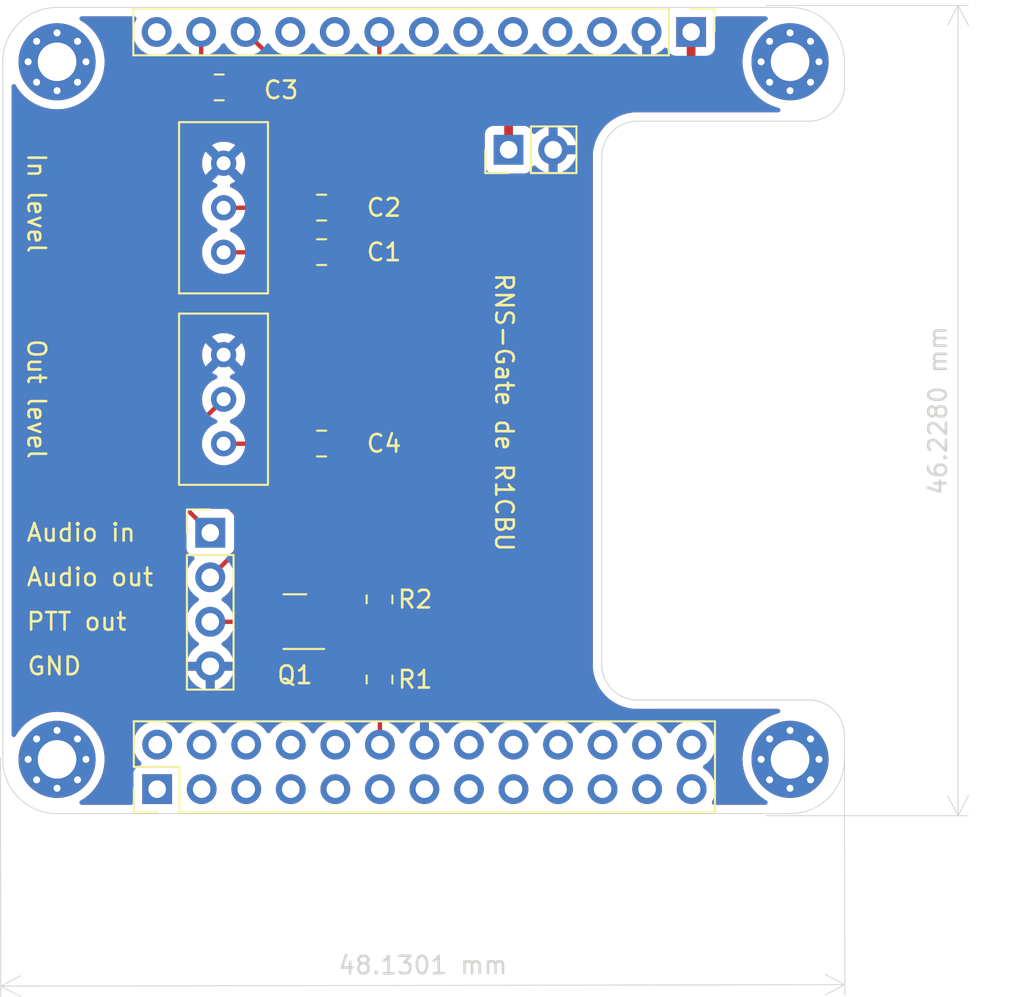
<source format=kicad_pcb>
(kicad_pcb (version 20211014) (generator pcbnew)
  (layers (0 "F.Cu" signal "Top") (31 "B.Cu" signal "Bottom") (34 "B.Paste" user) (35 "F.Paste" user) (36 "B.SilkS" user "B.Silkscreen") (37 "F.SilkS" user "F.Silkscreen") (38 "B.Mask" user) (39 "F.Mask" user) (44 "Edge.Cuts" user))
  (net 0 "")
  (net 1 "GND")
  (net 2 "+5V")
  (net 3 "Net-(C1-Pad2)")
  (net 4 "Net-(C2-Pad1)")
  (net 5 "Net-(J5-Pad1)")
  (net 32 "Net-(RV1-Pad1)")
  (net 33 "Net-(J1-Pad8)")
  (net 34 "Net-(J5-Pad2)")
  (net 35 "Net-(J2-Pad12)")
  (net 36 "Net-(Q1-Pad1)")
  (net 37 "Net-(Q1-Pad3)")
  (net 44 "Net-(J1-Pad12)")
  (net 45 "Net-(J1-Pad11)")
  (footprint "Connector_PinHeader_2.54mm:PinHeader_2x13_P2.54mm_Vertical" (layer "F.Cu") (at 170.708 95.41 90)
    (fp_text reference "J2" hide)
    (fp_text value "Conn_02x13_Odd_Even" hide)
    (fp_line (start -1.33 0) (end -1.33 -1.33) (layer "F.SilkS") (width 0.12))
    (fp_line (start -1.33 31.81) (end 3.87 31.81) (layer "F.SilkS") (width 0.12))
    (fp_line (start -1.33 1.27) (end 1.27 1.27) (layer "F.SilkS") (width 0.12))
    (fp_line (start 1.27 -1.33) (end 3.87 -1.33) (layer "F.SilkS") (width 0.12))
    (fp_line (start 3.87 -1.33) (end 3.87 31.81) (layer "F.SilkS") (width 0.12))
    (fp_line (start 1.27 1.27) (end 1.27 -1.33) (layer "F.SilkS") (width 0.12))
    (fp_line (start -1.33 -1.33) (end 0 -1.33) (layer "F.SilkS") (width 0.12))
    (fp_line (start -1.33 1.27) (end -1.33 31.81) (layer "F.SilkS") (width 0.12))
    (pad "1" thru_hole rect locked (at 0 0 90) (size 1.7 1.7) (drill 1) (layers *.Cu *.Mask))
    (pad "2" thru_hole oval locked (at 2.54 0 90) (size 1.7 1.7) (drill 1) (layers *.Cu *.Mask))
    (pad "3" thru_hole oval locked (at 0 2.54 90) (size 1.7 1.7) (drill 1) (layers *.Cu *.Mask))
    (pad "4" thru_hole oval locked (at 2.54 2.54 90) (size 1.7 1.7) (drill 1) (layers *.Cu *.Mask))
    (pad "5" thru_hole oval locked (at 0 5.08 90) (size 1.7 1.7) (drill 1) (layers *.Cu *.Mask))
    (pad "6" thru_hole oval locked (at 2.54 5.08 90) (size 1.7 1.7) (drill 1) (layers *.Cu *.Mask))
    (pad "7" thru_hole oval locked (at 0 7.62 90) (size 1.7 1.7) (drill 1) (layers *.Cu *.Mask))
    (pad "8" thru_hole oval locked (at 2.54 7.62 90) (size 1.7 1.7) (drill 1) (layers *.Cu *.Mask))
    (pad "9" thru_hole oval locked (at 0 10.16 90) (size 1.7 1.7) (drill 1) (layers *.Cu *.Mask))
    (pad "10" thru_hole oval locked (at 2.54 10.16 90) (size 1.7 1.7) (drill 1) (layers *.Cu *.Mask))
    (pad "11" thru_hole oval locked (at 0 12.7 90) (size 1.7 1.7) (drill 1) (layers *.Cu *.Mask))
    (pad "12" thru_hole oval locked (at 2.54 12.7 90) (size 1.7 1.7) (drill 1) (layers *.Cu *.Mask) (net 35 "Net-(J2-Pad12)"))
    (pad "13" thru_hole oval locked (at 0 15.24 90) (size 1.7 1.7) (drill 1) (layers *.Cu *.Mask))
    (pad "14" thru_hole oval locked (at 2.54 15.24 90) (size 1.7 1.7) (drill 1) (layers *.Cu *.Mask) (net 1 "GND"))
    (pad "15" thru_hole oval locked (at 0 17.78 90) (size 1.7 1.7) (drill 1) (layers *.Cu *.Mask))
    (pad "16" thru_hole oval locked (at 2.54 17.78 90) (size 1.7 1.7) (drill 1) (layers *.Cu *.Mask))
    (pad "17" thru_hole oval locked (at 0 20.32 90) (size 1.7 1.7) (drill 1) (layers *.Cu *.Mask))
    (pad "18" thru_hole oval locked (at 2.54 20.32 90) (size 1.7 1.7) (drill 1) (layers *.Cu *.Mask))
    (pad "19" thru_hole oval locked (at 0 22.86 90) (size 1.7 1.7) (drill 1) (layers *.Cu *.Mask))
    (pad "20" thru_hole oval locked (at 2.54 22.86 90) (size 1.7 1.7) (drill 1) (layers *.Cu *.Mask))
    (pad "21" thru_hole oval locked (at 0 25.4 90) (size 1.7 1.7) (drill 1) (layers *.Cu *.Mask))
    (pad "22" thru_hole oval locked (at 2.54 25.4 90) (size 1.7 1.7) (drill 1) (layers *.Cu *.Mask))
    (pad "23" thru_hole oval locked (at 0 27.94 90) (size 1.7 1.7) (drill 1) (layers *.Cu *.Mask))
    (pad "24" thru_hole oval locked (at 2.54 27.94 90) (size 1.7 1.7) (drill 1) (layers *.Cu *.Mask))
    (pad "25" thru_hole oval locked (at 0 30.48 90) (size 1.7 1.7) (drill 1) (layers *.Cu *.Mask))
    (pad "26" thru_hole oval locked (at 2.54 30.48 90) (size 1.7 1.7) (drill 1) (layers *.Cu *.Mask))
  )
  (footprint "Connector_PinHeader_2.54mm:PinHeader_1x13_P2.54mm_Vertical" (layer "F.Cu") (at 201.158 52.21 -90)
    (fp_text reference "J1" hide)
    (fp_text value "Conn_01x13" hide)
    (fp_line (start -1.33 1.27) (end -1.33 31.81) (layer "F.SilkS") (width 0.12))
    (fp_line (start -1.33 31.81) (end 1.33 31.81) (layer "F.SilkS") (width 0.12))
    (fp_line (start -1.33 1.27) (end 1.33 1.27) (layer "F.SilkS") (width 0.12))
    (fp_line (start 1.33 1.27) (end 1.33 31.81) (layer "F.SilkS") (width 0.12))
    (fp_line (start -1.33 0) (end -1.33 -1.33) (layer "F.SilkS") (width 0.12))
    (fp_line (start -1.33 -1.33) (end 0 -1.33) (layer "F.SilkS") (width 0.12))
    (pad "1" thru_hole rect locked (at 0 0 270) (size 1.7 1.7) (drill 1) (layers *.Cu *.Mask) (net 2 "+5V"))
    (pad "2" thru_hole oval locked (at 0 2.54 270) (size 1.7 1.7) (drill 1) (layers *.Cu *.Mask) (net 1 "GND"))
    (pad "3" thru_hole oval locked (at 0 5.08 270) (size 1.7 1.7) (drill 1) (layers *.Cu *.Mask))
    (pad "4" thru_hole oval locked (at 0 7.62 270) (size 1.7 1.7) (drill 1) (layers *.Cu *.Mask))
    (pad "5" thru_hole oval locked (at 0 10.16 270) (size 1.7 1.7) (drill 1) (layers *.Cu *.Mask))
    (pad "6" thru_hole oval locked (at 0 12.7 270) (size 1.7 1.7) (drill 1) (layers *.Cu *.Mask))
    (pad "7" thru_hole oval locked (at 0 15.24 270) (size 1.7 1.7) (drill 1) (layers *.Cu *.Mask))
    (pad "8" thru_hole oval locked (at 0 17.78 270) (size 1.7 1.7) (drill 1) (layers *.Cu *.Mask) (net 33 "Net-(J1-Pad8)"))
    (pad "9" thru_hole oval locked (at 0 20.32 270) (size 1.7 1.7) (drill 1) (layers *.Cu *.Mask))
    (pad "10" thru_hole oval locked (at 0 22.86 270) (size 1.7 1.7) (drill 1) (layers *.Cu *.Mask))
    (pad "11" thru_hole oval locked (at 0 25.4 270) (size 1.7 1.7) (drill 1) (layers *.Cu *.Mask) (net 45 "Net-(J1-Pad11)"))
    (pad "12" thru_hole oval locked (at 0 27.94 270) (size 1.7 1.7) (drill 1) (layers *.Cu *.Mask) (net 44 "Net-(J1-Pad12)"))
    (pad "13" thru_hole oval locked (at 0 30.48 270) (size 1.7 1.7) (drill 1) (layers *.Cu *.Mask))
  )
  (footprint "MountingHole:MountingHole_2.2mm_M2_Pad_Via" (layer "F.Cu") (at 165 53.91)
    (fp_text reference "REF1" hide)
    (fp_text value "MountingHole_2.2mm_M2_Pad_Via" hide)
    (pad "1" thru_hole circle locked (at 1.166726 -1.166726) (size 0.7 0.7) (drill 0.4) (layers *.Cu *.Mask))
    (pad "1" thru_hole circle locked (at 0 1.65) (size 0.7 0.7) (drill 0.4) (layers *.Cu *.Mask))
    (pad "1" thru_hole circle locked (at 0 0) (size 4.4 4.4) (drill 2.2) (layers *.Cu *.Mask))
    (pad "1" thru_hole circle locked (at -1.166726 1.166726) (size 0.7 0.7) (drill 0.4) (layers *.Cu *.Mask))
    (pad "1" thru_hole circle locked (at 1.65 0) (size 0.7 0.7) (drill 0.4) (layers *.Cu *.Mask))
    (pad "1" thru_hole circle locked (at -1.65 0) (size 0.7 0.7) (drill 0.4) (layers *.Cu *.Mask))
    (pad "1" thru_hole circle locked (at -1.166726 -1.166726) (size 0.7 0.7) (drill 0.4) (layers *.Cu *.Mask))
    (pad "1" thru_hole circle locked (at 0 -1.65) (size 0.7 0.7) (drill 0.4) (layers *.Cu *.Mask))
    (pad "1" thru_hole circle locked (at 1.166726 1.166726) (size 0.7 0.7) (drill 0.4) (layers *.Cu *.Mask))
  )
  (footprint "MountingHole:MountingHole_2.2mm_M2_Pad_Via" (layer "F.Cu") (at 165 93.71)
    (fp_text reference "REF3" hide)
    (fp_text value "MountingHole_2.2mm_M2_Pad_Via" hide)
    (pad "1" thru_hole circle locked (at 1.166726 -1.166726) (size 0.7 0.7) (drill 0.4) (layers *.Cu *.Mask))
    (pad "1" thru_hole circle locked (at 0 1.65) (size 0.7 0.7) (drill 0.4) (layers *.Cu *.Mask))
    (pad "1" thru_hole circle locked (at -1.65 0) (size 0.7 0.7) (drill 0.4) (layers *.Cu *.Mask))
    (pad "1" thru_hole circle locked (at 1.166726 1.166726) (size 0.7 0.7) (drill 0.4) (layers *.Cu *.Mask))
    (pad "1" thru_hole circle locked (at 0 -1.65) (size 0.7 0.7) (drill 0.4) (layers *.Cu *.Mask))
    (pad "1" thru_hole circle locked (at -1.166726 -1.166726) (size 0.7 0.7) (drill 0.4) (layers *.Cu *.Mask))
    (pad "1" thru_hole circle locked (at 1.65 0) (size 0.7 0.7) (drill 0.4) (layers *.Cu *.Mask))
    (pad "1" thru_hole circle locked (at -1.166726 1.166726) (size 0.7 0.7) (drill 0.4) (layers *.Cu *.Mask))
    (pad "1" thru_hole circle locked (at 0 0) (size 4.4 4.4) (drill 2.2) (layers *.Cu *.Mask))
  )
  (footprint "MountingHole:MountingHole_2.2mm_M2_Pad_Via" (layer "F.Cu") (at 206.8 53.91)
    (fp_text reference "REF2" hide)
    (fp_text value "MountingHole_2.2mm_M2_Pad_Via" hide)
    (pad "1" thru_hole circle locked (at 1.65 0) (size 0.7 0.7) (drill 0.4) (layers *.Cu *.Mask))
    (pad "1" thru_hole circle locked (at 0 1.65) (size 0.7 0.7) (drill 0.4) (layers *.Cu *.Mask))
    (pad "1" thru_hole circle locked (at 1.166726 -1.166726) (size 0.7 0.7) (drill 0.4) (layers *.Cu *.Mask))
    (pad "1" thru_hole circle locked (at 0 -1.65) (size 0.7 0.7) (drill 0.4) (layers *.Cu *.Mask))
    (pad "1" thru_hole circle locked (at 0 0) (size 4.4 4.4) (drill 2.2) (layers *.Cu *.Mask))
    (pad "1" thru_hole circle locked (at -1.65 0) (size 0.7 0.7) (drill 0.4) (layers *.Cu *.Mask))
    (pad "1" thru_hole circle locked (at -1.166726 -1.166726) (size 0.7 0.7) (drill 0.4) (layers *.Cu *.Mask))
    (pad "1" thru_hole circle locked (at 1.166726 1.166726) (size 0.7 0.7) (drill 0.4) (layers *.Cu *.Mask))
    (pad "1" thru_hole circle locked (at -1.166726 1.166726) (size 0.7 0.7) (drill 0.4) (layers *.Cu *.Mask))
  )
  (footprint "MountingHole:MountingHole_2.2mm_M2_Pad_Via" (layer "F.Cu") (at 206.8 93.71)
    (fp_text reference "REF4" hide)
    (fp_text value "MountingHole_2.2mm_M2_Pad_Via" hide)
    (pad "1" thru_hole circle locked (at -1.166726 1.166726) (size 0.7 0.7) (drill 0.4) (layers *.Cu *.Mask))
    (pad "1" thru_hole circle locked (at 1.166726 -1.166726) (size 0.7 0.7) (drill 0.4) (layers *.Cu *.Mask))
    (pad "1" thru_hole circle locked (at 0 -1.65) (size 0.7 0.7) (drill 0.4) (layers *.Cu *.Mask))
    (pad "1" thru_hole circle locked (at 1.65 0) (size 0.7 0.7) (drill 0.4) (layers *.Cu *.Mask))
    (pad "1" thru_hole circle locked (at -1.65 0) (size 0.7 0.7) (drill 0.4) (layers *.Cu *.Mask))
    (pad "1" thru_hole circle locked (at -1.166726 -1.166726) (size 0.7 0.7) (drill 0.4) (layers *.Cu *.Mask))
    (pad "1" thru_hole circle locked (at 0 1.65) (size 0.7 0.7) (drill 0.4) (layers *.Cu *.Mask))
    (pad "1" thru_hole circle locked (at 0 0) (size 4.4 4.4) (drill 2.2) (layers *.Cu *.Mask))
    (pad "1" thru_hole circle locked (at 1.166726 1.166726) (size 0.7 0.7) (drill 0.4) (layers *.Cu *.Mask))
  )
  (footprint "Connector_PinHeader_2.54mm:PinHeader_1x02_P2.54mm_Vertical" (layer "F.Cu") (at 190.749 58.928 90)
    (fp_text reference "J3" hide)
    (fp_text value "Conn_01x02")
    (fp_line (start -1.33 -1.33) (end 0 -1.33) (layer "F.SilkS") (width 0.12))
    (fp_line (start -1.33 1.27) (end -1.33 3.87) (layer "F.SilkS") (width 0.12))
    (fp_line (start -1.33 1.27) (end 1.33 1.27) (layer "F.SilkS") (width 0.12))
    (fp_line (start 1.33 1.27) (end 1.33 3.87) (layer "F.SilkS") (width 0.12))
    (fp_line (start -1.33 0) (end -1.33 -1.33) (layer "F.SilkS") (width 0.12))
    (fp_line (start -1.33 3.87) (end 1.33 3.87) (layer "F.SilkS") (width 0.12))
    (pad "1" thru_hole rect (at 0 0 90) (size 1.7 1.7) (drill 1) (layers *.Cu *.Mask) (net 2 "+5V"))
    (pad "2" thru_hole oval (at 0 2.54 90) (size 1.7 1.7) (drill 1) (layers *.Cu *.Mask) (net 1 "GND"))
  )
  (footprint "Potentiometer_THT:Potentiometer_Bourns_3296W_Vertical" (layer "F.Cu") (at 174.498 64.78 -90)
    (fp_text reference "RV2" hide)
    (fp_text value "R_Potentiometer")
    (fp_line (start -7.425 -2.53) (end 2.345 -2.53) (layer "F.SilkS") (width 0.12))
    (fp_line (start -7.425 -2.53) (end -7.425 2.54) (layer "F.SilkS") (width 0.12))
    (fp_line (start 2.345 -2.53) (end 2.345 2.54) (layer "F.SilkS") (width 0.12))
    (fp_line (start -7.425 2.54) (end 2.345 2.54) (layer "F.SilkS") (width 0.12))
    (pad "1" thru_hole circle (at 0 0 270) (size 1.44 1.44) (drill 0.8) (layers *.Cu *.Mask) (net 3 "Net-(C1-Pad2)"))
    (pad "2" thru_hole circle (at -2.54 0 270) (size 1.44 1.44) (drill 0.8) (layers *.Cu *.Mask) (net 4 "Net-(C2-Pad1)"))
    (pad "3" thru_hole circle (at -5.08 0 270) (size 1.44 1.44) (drill 0.8) (layers *.Cu *.Mask) (net 1 "GND"))
  )
  (footprint "Connector_PinHeader_2.54mm:PinHeader_1x04_P2.54mm_Vertical" (layer "F.Cu") (at 173.736 80.782)
    (fp_text reference "J5" hide)
    (fp_text value "Conn_01x04" hide)
    (fp_line (start -1.33 1.27) (end -1.33 8.95) (layer "F.SilkS") (width 0.12))
    (fp_line (start -1.33 0) (end -1.33 -1.33) (layer "F.SilkS") (width 0.12))
    (fp_line (start -1.33 8.95) (end 1.33 8.95) (layer "F.SilkS") (width 0.12))
    (fp_line (start -1.33 1.27) (end 1.33 1.27) (layer "F.SilkS") (width 0.12))
    (fp_line (start -1.33 -1.33) (end 0 -1.33) (layer "F.SilkS") (width 0.12))
    (fp_line (start 1.33 1.27) (end 1.33 8.95) (layer "F.SilkS") (width 0.12))
    (pad "1" thru_hole rect (at 0 0) (size 1.7 1.7) (drill 1) (layers *.Cu *.Mask) (net 5 "Net-(J5-Pad1)"))
    (pad "2" thru_hole oval (at 0 2.54) (size 1.7 1.7) (drill 1) (layers *.Cu *.Mask) (net 34 "Net-(J5-Pad2)"))
    (pad "3" thru_hole oval (at 0 5.08) (size 1.7 1.7) (drill 1) (layers *.Cu *.Mask) (net 37 "Net-(Q1-Pad3)"))
    (pad "4" thru_hole oval (at 0 7.62) (size 1.7 1.7) (drill 1) (layers *.Cu *.Mask) (net 1 "GND"))
  )
  (footprint "Resistor_SMD:R_0805_2012Metric" (layer "F.Cu") (at 183.388 84.582 -90)
    (fp_text reference "R2" (at 0 -2.032 180) (layer "F.SilkS"))
    (fp_text value "R_Small")
    (fp_line (start -0.227064 0.735) (end 0.227064 0.735) (layer "F.SilkS") (width 0.12))
    (fp_line (start -0.227064 -0.735) (end 0.227064 -0.735) (layer "F.SilkS") (width 0.12))
    (pad "1" smd roundrect (at -0.9125 0 270) (size 1.025 1.4) (layers "F.Cu" "F.Paste" "F.Mask") (roundrect_rratio 0.243902439) (net 1 "GND"))
    (pad "2" smd roundrect (at 0.9125 0 270) (size 1.025 1.4) (layers "F.Cu" "F.Paste" "F.Mask") (roundrect_rratio 0.243902439) (net 36 "Net-(Q1-Pad1)"))
  )
  (footprint "Capacitor_SMD:C_0805_2012Metric" (layer "F.Cu") (at 180.086 75.692)
    (fp_text reference "C4" (at 3.556 0) (layer "F.SilkS"))
    (fp_text value "C_Small")
    (fp_line (start -0.261252 0.735) (end 0.261252 0.735) (layer "F.SilkS") (width 0.12))
    (fp_line (start -0.261252 -0.735) (end 0.261252 -0.735) (layer "F.SilkS") (width 0.12))
    (pad "1" smd roundrect (at -0.95 0) (size 1 1.45) (layers "F.Cu" "F.Paste" "F.Mask") (net 32 "Net-(RV1-Pad1)"))
    (pad "2" smd roundrect (at 0.95 0) (size 1 1.45) (layers "F.Cu" "F.Paste" "F.Mask") (net 33 "Net-(J1-Pad8)"))
  )
  (footprint "Capacitor_SMD:C_0805_2012Metric" (layer "F.Cu") (at 180.086 64.77 180)
    (fp_text reference "C1" (at -3.556 0) (layer "F.SilkS"))
    (fp_text value "C_Small")
    (fp_line (start -0.261252 -0.735) (end 0.261252 -0.735) (layer "F.SilkS") (width 0.12))
    (fp_line (start -0.261252 0.735) (end 0.261252 0.735) (layer "F.SilkS") (width 0.12))
    (pad "1" smd roundrect (at -0.95 0 180) (size 1 1.45) (layers "F.Cu" "F.Paste" "F.Mask") (net 5 "Net-(J5-Pad1)"))
    (pad "2" smd roundrect (at 0.95 0 180) (size 1 1.45) (layers "F.Cu" "F.Paste" "F.Mask") (net 3 "Net-(C1-Pad2)"))
  )
  (footprint "Resistor_SMD:R_0805_2012Metric" (layer "F.Cu") (at 183.388 89.154 -90)
    (fp_text reference "R1" (at 0 -2.032 180) (layer "F.SilkS"))
    (fp_text value "R_Small")
    (fp_line (start -0.227064 0.735) (end 0.227064 0.735) (layer "F.SilkS") (width 0.12))
    (fp_line (start -0.227064 -0.735) (end 0.227064 -0.735) (layer "F.SilkS") (width 0.12))
    (pad "1" smd roundrect (at -0.9125 0 270) (size 1.025 1.4) (layers "F.Cu" "F.Paste" "F.Mask") (roundrect_rratio 0.243902439) (net 36 "Net-(Q1-Pad1)"))
    (pad "2" smd roundrect (at 0.9125 0 270) (size 1.025 1.4) (layers "F.Cu" "F.Paste" "F.Mask") (roundrect_rratio 0.243902439) (net 35 "Net-(J2-Pad12)"))
  )
  (footprint "Potentiometer_THT:Potentiometer_Bourns_3296W_Vertical" (layer "F.Cu") (at 174.498 75.702 -90)
    (fp_text reference "RV1" hide)
    (fp_text value "R_Potentiometer")
    (fp_line (start -7.425 -2.53) (end -7.425 2.54) (layer "F.SilkS") (width 0.12))
    (fp_line (start -7.425 2.54) (end 2.345 2.54) (layer "F.SilkS") (width 0.12))
    (fp_line (start 2.345 -2.53) (end 2.345 2.54) (layer "F.SilkS") (width 0.12))
    (fp_line (start -7.425 -2.53) (end 2.345 -2.53) (layer "F.SilkS") (width 0.12))
    (pad "1" thru_hole circle (at 0 0 270) (size 1.44 1.44) (drill 0.8) (layers *.Cu *.Mask) (net 32 "Net-(RV1-Pad1)"))
    (pad "2" thru_hole circle (at -2.54 0 270) (size 1.44 1.44) (drill 0.8) (layers *.Cu *.Mask) (net 34 "Net-(J5-Pad2)"))
    (pad "3" thru_hole circle (at -5.08 0 270) (size 1.44 1.44) (drill 0.8) (layers *.Cu *.Mask) (net 1 "GND"))
  )
  (footprint "Capacitor_SMD:C_0805_2012Metric" (layer "F.Cu") (at 174.244 55.372 180)
    (fp_text reference "C3" (at -3.528 -0.1524 180) (layer "F.SilkS"))
    (fp_text value "C_Small")
    (fp_line (start -0.261252 -0.735) (end 0.261252 -0.735) (layer "F.SilkS") (width 0.12))
    (fp_line (start -0.261252 0.735) (end 0.261252 0.735) (layer "F.SilkS") (width 0.12))
    (pad "1" smd roundrect (at -0.95 0 180) (size 1 1.45) (layers "F.Cu" "F.Paste" "F.Mask") (net 1 "GND"))
    (pad "2" smd roundrect (at 0.95 0 180) (size 1 1.45) (layers "F.Cu" "F.Paste" "F.Mask") (net 44 "Net-(J1-Pad12)"))
  )
  (footprint "Package_TO_SOT_SMD:SOT-23" (layer "F.Cu") (at 178.562 85.852 180)
    (fp_text reference "Q1" (at 0 -3.048) (layer "F.SilkS"))
    (fp_text value "2N7002")
    (fp_line (start 0 -1.56) (end -1.675 -1.56) (layer "F.SilkS") (width 0.12))
    (fp_line (start 0 -1.56) (end 0.65 -1.56) (layer "F.SilkS") (width 0.12))
    (fp_line (start 0 1.56) (end 0.65 1.56) (layer "F.SilkS") (width 0.12))
    (fp_line (start 0 1.56) (end -0.65 1.56) (layer "F.SilkS") (width 0.12))
    (pad "1" smd roundrect (at -0.9375 -0.95 180) (size 1.475 0.6) (layers "F.Cu" "F.Paste" "F.Mask") (net 36 "Net-(Q1-Pad1)"))
    (pad "2" smd roundrect (at -0.9375 0.95 180) (size 1.475 0.6) (layers "F.Cu" "F.Paste" "F.Mask") (net 1 "GND"))
    (pad "3" smd roundrect (at 0.9375 0 180) (size 1.475 0.6) (layers "F.Cu" "F.Paste" "F.Mask") (net 37 "Net-(Q1-Pad3)"))
  )
  (footprint "Capacitor_SMD:C_0805_2012Metric" (layer "F.Cu") (at 180.086 62.23)
    (fp_text reference "C2" (at 3.556 0) (layer "F.SilkS"))
    (fp_text value "C_Small")
    (fp_line (start -0.261252 0.735) (end 0.261252 0.735) (layer "F.SilkS") (width 0.12))
    (fp_line (start -0.261252 -0.735) (end 0.261252 -0.735) (layer "F.SilkS") (width 0.12))
    (pad "1" smd roundrect (at -0.95 0) (size 1 1.45) (layers "F.Cu" "F.Paste" "F.Mask") (net 4 "Net-(C2-Pad1)"))
    (pad "2" smd roundrect (at 0.95 0) (size 1 1.45) (layers "F.Cu" "F.Paste" "F.Mask") (net 45 "Net-(J1-Pad11)"))
  )
  (gr_arc (start 209.9 93.71) (mid 208.992031 95.902031) (end 206.8 96.81) (layer "Edge.Cuts") (width 0.05))
  (gr_line (start 165 96.81) (end 206.8 96.81) (layer "Edge.Cuts") (width 0.05))
  (gr_arc (start 165 96.81) (mid 162.807969 95.902031) (end 161.9 93.71) (layer "Edge.Cuts") (width 0.05))
  (gr_arc (start 161.9 53.91) (mid 162.807969 51.717969) (end 165 50.81) (layer "Edge.Cuts") (width 0.05))
  (gr_line (start 161.9 53.91) (end 161.9 93.71) (layer "Edge.Cuts") (width 0.05))
  (gr_line (start 196.06 59.332) (end 196.06 88.2904) (layer "Edge.Cuts") (width 0.05))
  (gr_line (start 209.9 53.91) (end 209.9 55.268) (layer "Edge.Cuts") (width 0.05))
  (gr_arc (start 198.092 90.3224) (mid 196.655159 89.727241) (end 196.06 88.2904) (layer "Edge.Cuts") (width 0.05))
  (gr_arc (start 209.9 55.268) (mid 209.304841 56.704841) (end 207.868 57.3) (layer "Edge.Cuts") (width 0.05))
  (gr_arc (start 196.06 59.332) (mid 196.655159 57.895159) (end 198.092 57.3) (layer "Edge.Cuts") (width 0.05))
  (gr_line (start 165 50.81) (end 206.8 50.81) (layer "Edge.Cuts") (width 0.05))
  (gr_line (start 198.092 90.3224) (end 207.868 90.32) (layer "Edge.Cuts") (width 0.05))
  (gr_arc (start 207.868 90.32) (mid 209.304841 90.915159) (end 209.9 92.352) (layer "Edge.Cuts") (width 0.05))
  (gr_line (start 207.868 57.3) (end 198.092 57.3) (layer "Edge.Cuts") (width 0.05))
  (gr_arc (start 206.8 50.81) (mid 208.992031 51.717969) (end 209.9 53.91) (layer "Edge.Cuts") (width 0.05))
  (gr_line (start 209.9 92.352) (end 209.9 93.71) (layer "Edge.Cuts") (width 0.05))
  (gr_text "Out level" (at 163.83 73.152 270) (layer "F.SilkS") (effects (font (size 1 1))))
  (gr_text "In level" (at 163.83 61.976 270) (layer "F.SilkS") (effects (font (size 1 1))))
  (gr_text "GND" (at 164.846 88.392) (layer "F.SilkS") (effects (font (size 1 1))))
  (gr_text "Audio in" (at 166.37 80.772) (layer "F.SilkS") (effects (font (size 1 1))))
  (gr_text "RNS-Gate de R1CBU" (at 190.5 73.914 270) (layer "F.SilkS") (effects (font (size 1 1))))
  (gr_text "PTT out" (at 166.116 85.852) (layer "F.SilkS") (effects (font (size 1 1))))
  (gr_text "Audio out" (at 166.878 83.312) (layer "F.SilkS") (effects (font (size 1 1))))
  (dimension (type aligned) (layer "Edge.Cuts") (pts (xy 161.77 93.1164) (xy 209.9 93.031)) (height 13.533638) (gr_text "48,1301 mm" (at 185.856973 105.457319 0.101663296) (layer "Edge.Cuts") (effects (font (size 1 1) (thickness 0.15)))) (format (units 3) (units_format 1) (precision 4)) (style (thickness 0.05) (arrow_length 1.27) (text_position_mode 0) (extension_height 0.58642) (extension_offset 0.5) keep_text_aligned))
  (dimension (type aligned) (layer "Edge.Cuts") (pts (xy 204.95 50.6984) (xy 204.95 96.9264)) (height -11.43) (gr_text "46,2280 mm" (at 215.23 73.8124 90) (layer "Edge.Cuts") (effects (font (size 1 1) (thickness 0.15)))) (format (units 3) (units_format 1) (precision 4)) (style (thickness 0.05) (arrow_length 1.27) (text_position_mode 0) (extension_height 0.58642) (extension_offset 0.5) keep_text_aligned))
  (segment (start 192.532 55.626) (end 199.644 55.626) (width 0.5) (layer "F.Cu") (net 2))
  (segment (start 201.158 54.112) (end 201.158 52.21) (width 0.5) (layer "F.Cu") (net 2))
  (segment (start 199.644 55.626) (end 201.158 54.112) (width 0.5) (layer "F.Cu") (net 2))
  (segment (start 190.749 58.928) (end 190.749 57.409) (width 0.5) (layer "F.Cu") (net 2))
  (segment (start 190.749 57.409) (end 192.532 55.626) (width 0.5) (layer "F.Cu") (net 2))
  (segment (start 179.126 64.78) (end 179.136 64.77) (width 0.25) (layer "F.Cu") (net 3))
  (segment (start 174.498 64.78) (end 179.126 64.78) (width 0.25) (layer "F.Cu") (net 3))
  (segment (start 179.126 62.24) (end 179.136 62.23) (width 0.25) (layer "F.Cu") (net 4))
  (segment (start 174.498 62.24) (end 179.126 62.24) (width 0.25) (layer "F.Cu") (net 4))
  (segment (start 170.18 69.596) (end 172.212 67.564) (width 0.25) (layer "F.Cu") (net 5))
  (segment (start 170.18 77.216) (end 170.18 69.596) (width 0.25) (layer "F.Cu") (net 5))
  (segment (start 178.242 67.564) (end 181.036 64.77) (width 0.25) (layer "F.Cu") (net 5))
  (segment (start 173.453 80.499) (end 173.453 80.489) (width 0.25) (layer "F.Cu") (net 5))
  (segment (start 173.453 80.489) (end 170.18 77.216) (width 0.25) (layer "F.Cu") (net 5))
  (segment (start 172.212 67.564) (end 178.242 67.564) (width 0.25) (layer "F.Cu") (net 5))
  (segment (start 173.736 80.782) (end 173.453 80.499) (width 0.25) (layer "F.Cu") (net 5))
  (segment (start 174.498 75.702) (end 179.126 75.702) (width 0.25) (layer "F.Cu") (net 32))
  (segment (start 179.126 75.702) (end 179.136 75.692) (width 0.25) (layer "F.Cu") (net 32))
  (segment (start 181.036 75.692) (end 183.378 73.35) (width 0.25) (layer "F.Cu") (net 33))
  (segment (start 183.378 73.35) (end 183.378 52.21) (width 0.25) (layer "F.Cu") (net 33))
  (segment (start 175.26 79.756) (end 172.466 76.962) (width 0.25) (layer "F.Cu") (net 34))
  (segment (start 172.466 75.194) (end 174.498 73.162) (width 0.25) (layer "F.Cu") (net 34))
  (segment (start 172.466 76.962) (end 172.466 75.194) (width 0.25) (layer "F.Cu") (net 34))
  (segment (start 175.26 81.798) (end 175.26 79.756) (width 0.25) (layer "F.Cu") (net 34))
  (segment (start 173.736 83.322) (end 175.26 81.798) (width 0.25) (layer "F.Cu") (net 34))
  (segment (start 183.408 90.0865) (end 183.408 92.87) (width 0.25) (layer "F.Cu") (net 35))
  (segment (start 183.388 90.0665) (end 183.408 90.0865) (width 0.25) (layer "F.Cu") (net 35))
  (segment (start 179.4995 86.802) (end 181.9485 86.802) (width 0.25) (layer "F.Cu") (net 36))
  (segment (start 181.9485 86.802) (end 183.388 88.2415) (width 0.25) (layer "F.Cu") (net 36))
  (segment (start 182.0805 86.802) (end 183.388 85.4945) (width 0.25) (layer "F.Cu") (net 36))
  (segment (start 181.9485 86.802) (end 182.0805 86.802) (width 0.25) (layer "F.Cu") (net 36))
  (segment (start 177.6145 85.862) (end 177.6245 85.852) (width 0.25) (layer "F.Cu") (net 37))
  (segment (start 173.736 85.862) (end 177.6145 85.862) (width 0.25) (layer "F.Cu") (net 37))
  (segment (start 173.218 55.296) (end 173.294 55.372) (width 0.25) (layer "F.Cu") (net 44))
  (segment (start 173.218 52.21) (end 173.218 55.296) (width 0.25) (layer "F.Cu") (net 44))
  (segment (start 181.036 57.488) (end 175.758 52.21) (width 0.25) (layer "F.Cu") (net 45))
  (segment (start 181.036 62.23) (end 181.036 57.488) (width 0.25) (layer "F.Cu") (net 45))
  (zone (net 1) (net_name "GND") (layer "F.Cu") (connect_pads (clearance 0.508)) (min_thickness 0.254) (fill yes (thermal_gap 0.508) (thermal_bridge_width 0.508))
    (polygon (pts (xy 209.804 97.028) (xy 161.798 97.028) (xy 161.798 50.8) (xy 209.804 50.8)))
  )
  (zone (net 1) (net_name "GND") (layer "B.Cu") (connect_pads (clearance 0.508)) (min_thickness 0.254) (fill yes (thermal_gap 0.508) (thermal_bridge_width 0.508))
    (polygon (pts (xy 161.798 97.028) (xy 209.804 97.028) (xy 209.804 50.8) (xy 161.798 50.8)))
  )
)
</source>
